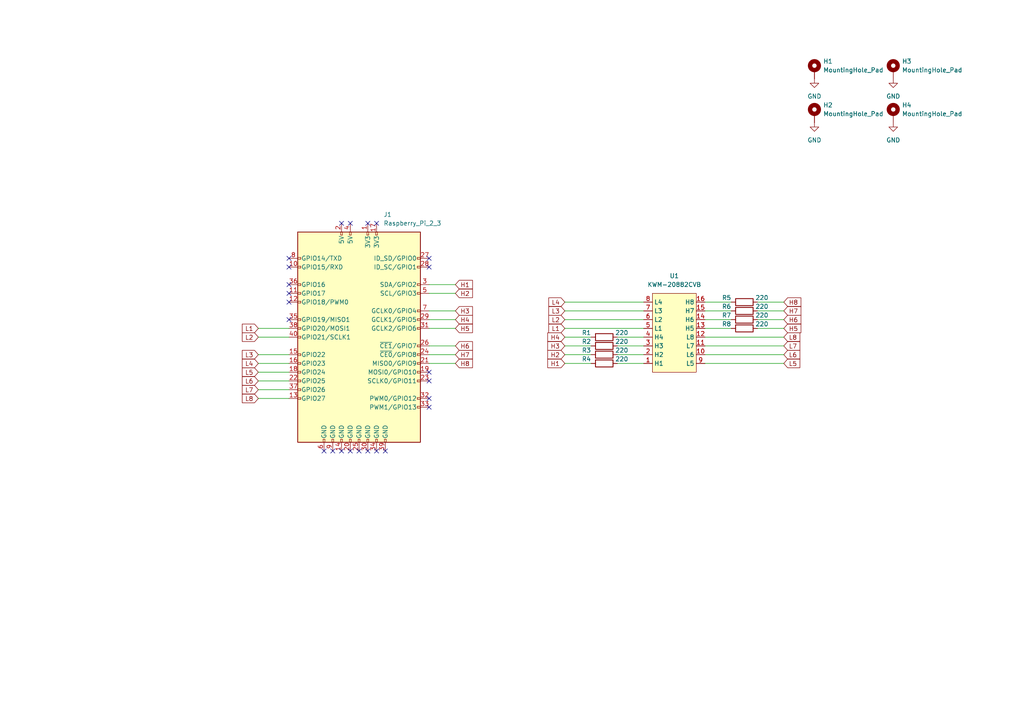
<source format=kicad_sch>
(kicad_sch (version 20211123) (generator eeschema)
  (paper "A4")
  (lib_symbols
    (symbol "Device:R" (pin_numbers hide) (pin_names (offset 0))
      (property "Reference" "R" (at 2.032 0 90))
      (property "Value" "R" (at 0 0 90))
      (symbol "R_0_1"
        (rectangle (start -1.016 -2.54) (end 1.016 2.54) (stroke (width 0.254)))
      )
      (symbol "R_1_1"
        (pin passive line (at 0 3.81 270) (length 1.27) (name "~") (number "1"))
        (pin passive line (at 0 -3.81 90) (length 1.27) (name "~") (number "2"))
      )
    )
    (symbol "Mechanical:MountingHole_Pad" (pin_numbers hide) (pin_names (offset 1.016) hide)
      (property "Reference" "H" (at 0 6.35 0))
      (property "Value" "MountingHole_Pad" (at 0 4.445 0))
      (symbol "MountingHole_Pad_0_1"
        (circle (center 0 1.27) (radius 1.27) (stroke (width 1.27)))
      )
      (symbol "MountingHole_Pad_1_1"
        (pin input line (at 0 -2.54 90) (length 2.54) (name "1") (number "1"))
      )
    )
    (symbol "pi_hat_Library:KWM-20882CVB"
      (property "Reference" "U?" (at 13.335 -17.145 0))
      (property "Value" "KWM-20882CVB" (at 12.7 -14.605 0))
      (symbol "KWM-20882CVB_0_1"
        (rectangle (start -11.43 -10.16) (end 11.43 -22.86) (stroke (width 0.1524)) (fill (type background)))
      )
      (symbol "KWM-20882CVB_1_1"
        (pin input line (at -8.89 -7.62 270) (length 2.54) (name "H1") (number "1"))
        (pin output line (at -6.35 -25.4 90) (length 2.54) (name "L6") (number "10"))
        (pin output line (at -3.81 -25.4 90) (length 2.54) (name "L7") (number "11"))
        (pin output line (at -1.27 -25.4 90) (length 2.54) (name "L8") (number "12"))
        (pin input line (at 1.27 -25.4 90) (length 2.54) (name "H5") (number "13"))
        (pin input line (at 3.81 -25.4 90) (length 2.54) (name "H6") (number "14"))
        (pin input line (at 6.35 -25.4 90) (length 2.54) (name "H7") (number "15"))
        (pin input line (at 8.89 -25.4 90) (length 2.54) (name "H8") (number "16"))
        (pin input line (at -6.35 -7.62 270) (length 2.54) (name "H2") (number "2"))
        (pin input line (at -3.81 -7.62 270) (length 2.54) (name "H3") (number "3"))
        (pin input line (at -1.27 -7.62 270) (length 2.54) (name "H4") (number "4"))
        (pin output line (at 1.27 -7.62 270) (length 2.54) (name "L1") (number "5"))
        (pin output line (at 3.81 -7.62 270) (length 2.54) (name "L2") (number "6"))
        (pin output line (at 6.35 -7.62 270) (length 2.54) (name "L3") (number "7"))
        (pin output line (at 8.89 -7.62 270) (length 2.54) (name "L4") (number "8"))
        (pin output line (at -8.89 -25.4 90) (length 2.54) (name "L5") (number "9"))
      )
    )
    (symbol "pi_hat_Library:Raspberry_Pi_2_3" (pin_names (offset 1.016))
      (property "Reference" "J?" (at 7.0994 34.1798 0))
      (property "Value" "Raspberry_Pi_2_3" (at 7.0994 31.6429 0))
      (symbol "Raspberry_Pi_2_3_0_1"
        (rectangle (start -17.78 30.48) (end 17.78 -30.48) (stroke (width 0.254)) (fill (type background)))
      )
      (symbol "Raspberry_Pi_2_3_1_1"
        (rectangle (start -16.891 -17.526) (end -17.78 -18.034))
        (rectangle (start -16.891 -14.986) (end -17.78 -15.494))
        (rectangle (start -16.891 -12.446) (end -17.78 -12.954))
        (rectangle (start -16.891 -9.906) (end -17.78 -10.414))
        (rectangle (start -16.891 -7.366) (end -17.78 -7.874))
        (rectangle (start -16.891 -4.826) (end -17.78 -5.334))
        (rectangle (start -16.891 0.254) (end -17.78 -0.254))
        (rectangle (start -16.891 2.794) (end -17.78 2.286))
        (rectangle (start -16.891 5.334) (end -17.78 4.826))
        (rectangle (start -16.891 10.414) (end -17.78 9.906))
        (rectangle (start -16.891 12.954) (end -17.78 12.446))
        (rectangle (start -16.891 15.494) (end -17.78 14.986))
        (rectangle (start -16.891 20.574) (end -17.78 20.066))
        (rectangle (start -16.891 23.114) (end -17.78 22.606))
        (rectangle (start -10.414 -29.591) (end -9.906 -30.48))
        (rectangle (start -7.874 -29.591) (end -7.366 -30.48))
        (rectangle (start -5.334 -29.591) (end -4.826 -30.48))
        (rectangle (start -5.334 30.48) (end -4.826 29.591))
        (rectangle (start -2.794 -29.591) (end -2.286 -30.48))
        (rectangle (start -2.794 30.48) (end -2.286 29.591))
        (rectangle (start -0.254 -29.591) (end 0.254 -30.48))
        (rectangle (start 2.286 -29.591) (end 2.794 -30.48))
        (rectangle (start 2.286 30.48) (end 2.794 29.591))
        (rectangle (start 4.826 -29.591) (end 5.334 -30.48))
        (rectangle (start 4.826 30.48) (end 5.334 29.591))
        (rectangle (start 7.366 -29.591) (end 7.874 -30.48))
        (rectangle (start 17.78 -20.066) (end 16.891 -20.574))
        (rectangle (start 17.78 -17.526) (end 16.891 -18.034))
        (rectangle (start 17.78 -12.446) (end 16.891 -12.954))
        (rectangle (start 17.78 -9.906) (end 16.891 -10.414))
        (rectangle (start 17.78 -7.366) (end 16.891 -7.874))
        (rectangle (start 17.78 -4.826) (end 16.891 -5.334))
        (rectangle (start 17.78 -2.286) (end 16.891 -2.794))
        (rectangle (start 17.78 2.794) (end 16.891 2.286))
        (rectangle (start 17.78 5.334) (end 16.891 4.826))
        (rectangle (start 17.78 7.874) (end 16.891 7.366))
        (rectangle (start 17.78 12.954) (end 16.891 12.446))
        (rectangle (start 17.78 15.494) (end 16.891 14.986))
        (rectangle (start 17.78 20.574) (end 16.891 20.066))
        (rectangle (start 17.78 23.114) (end 16.891 22.606))
        (pin power_in line (at 2.54 33.02 270) (length 2.54) (name "3V3") (number "1"))
        (pin bidirectional line (at -20.32 20.32 0) (length 2.54) (name "GPIO15/RXD") (number "10"))
        (pin bidirectional line (at -20.32 12.7 0) (length 2.54) (name "GPIO17") (number "11"))
        (pin bidirectional line (at -20.32 10.16 0) (length 2.54) (name "GPIO18/PWM0") (number "12"))
        (pin bidirectional line (at -20.32 -17.78 0) (length 2.54) (name "GPIO27") (number "13"))
        (pin power_in line (at -5.08 -33.02 90) (length 2.54) (name "GND") (number "14"))
        (pin bidirectional line (at -20.32 -5.08 0) (length 2.54) (name "GPIO22") (number "15"))
        (pin bidirectional line (at -20.32 -7.62 0) (length 2.54) (name "GPIO23") (number "16"))
        (pin power_in line (at 5.08 33.02 270) (length 2.54) (name "3V3") (number "17"))
        (pin bidirectional line (at -20.32 -10.16 0) (length 2.54) (name "GPIO24") (number "18"))
        (pin bidirectional line (at 20.32 -10.16 180) (length 2.54) (name "MOSI0/GPIO10") (number "19"))
        (pin power_in line (at -5.08 33.02 270) (length 2.54) (name "5V") (number "2"))
        (pin power_in line (at -2.54 -33.02 90) (length 2.54) (name "GND") (number "20"))
        (pin bidirectional line (at 20.32 -7.62 180) (length 2.54) (name "MISO0/GPIO9") (number "21"))
        (pin bidirectional line (at -20.32 -12.7 0) (length 2.54) (name "GPIO25") (number "22"))
        (pin bidirectional line (at 20.32 -12.7 180) (length 2.54) (name "SCLK0/GPIO11") (number "23"))
        (pin bidirectional line (at 20.32 -5.08 180) (length 2.54) (name "~{CE0}/GPIO8") (number "24"))
        (pin power_in line (at 0 -33.02 90) (length 2.54) (name "GND") (number "25"))
        (pin bidirectional line (at 20.32 -2.54 180) (length 2.54) (name "~{CE1}/GPIO7") (number "26"))
        (pin bidirectional line (at 20.32 22.86 180) (length 2.54) (name "ID_SD/GPIO0") (number "27"))
        (pin bidirectional line (at 20.32 20.32 180) (length 2.54) (name "ID_SC/GPIO1") (number "28"))
        (pin bidirectional line (at 20.32 5.08 180) (length 2.54) (name "GCLK1/GPIO5") (number "29"))
        (pin bidirectional line (at 20.32 15.24 180) (length 2.54) (name "SDA/GPIO2") (number "3"))
        (pin power_in line (at 2.54 -33.02 90) (length 2.54) (name "GND") (number "30"))
        (pin bidirectional line (at 20.32 2.54 180) (length 2.54) (name "GCLK2/GPIO6") (number "31"))
        (pin bidirectional line (at 20.32 -17.78 180) (length 2.54) (name "PWM0/GPIO12") (number "32"))
        (pin bidirectional line (at 20.32 -20.32 180) (length 2.54) (name "PWM1/GPIO13") (number "33"))
        (pin power_in line (at 5.08 -33.02 90) (length 2.54) (name "GND") (number "34"))
        (pin bidirectional line (at -20.32 5.08 0) (length 2.54) (name "GPIO19/MISO1") (number "35"))
        (pin bidirectional line (at -20.32 15.24 0) (length 2.54) (name "GPIO16") (number "36"))
        (pin bidirectional line (at -20.32 -15.24 0) (length 2.54) (name "GPIO26") (number "37"))
        (pin bidirectional line (at -20.32 2.54 0) (length 2.54) (name "GPIO20/MOSI1") (number "38"))
        (pin power_in line (at 7.62 -33.02 90) (length 2.54) (name "GND") (number "39"))
        (pin power_in line (at -2.54 33.02 270) (length 2.54) (name "5V") (number "4"))
        (pin bidirectional line (at -20.32 0 0) (length 2.54) (name "GPIO21/SCLK1") (number "40"))
        (pin bidirectional line (at 20.32 12.7 180) (length 2.54) (name "SCL/GPIO3") (number "5"))
        (pin power_in line (at -10.16 -33.02 90) (length 2.54) (name "GND") (number "6"))
        (pin bidirectional line (at 20.32 7.62 180) (length 2.54) (name "GCLK0/GPIO4") (number "7"))
        (pin bidirectional line (at -20.32 22.86 0) (length 2.54) (name "GPIO14/TXD") (number "8"))
        (pin power_in line (at -7.62 -33.02 90) (length 2.54) (name "GND") (number "9"))
      )
    )
    (symbol "power:GND" (power) (pin_names (offset 0))
      (property "Value" "GND" (at 0 -3.81 0))
      (symbol "GND_0_1"
        (polyline (pts (xy 0 0) (xy 0 -1.27) (xy 1.27 -1.27) (xy 0 -2.54) (xy -1.27 -1.27) (xy 0 -1.27)))
      )
      (symbol "GND_1_1"
        (pin power_in line (at 0 0 270) (length 0) hide (name "GND") (number "1"))
      )
    )
  )
  (no_connect (at 93.98 130.81))
  (no_connect (at 124.46 107.95))
  (no_connect (at 124.46 110.49))
  (no_connect (at 124.46 115.57))
  (no_connect (at 124.46 118.11))
  (no_connect (at 83.82 74.93))
  (no_connect (at 83.82 77.47))
  (no_connect (at 83.82 82.55))
  (no_connect (at 83.82 85.09))
  (no_connect (at 83.82 87.63))
  (no_connect (at 83.82 92.71))
  (no_connect (at 96.52 130.81))
  (no_connect (at 99.06 130.81))
  (no_connect (at 101.6 130.81))
  (no_connect (at 104.14 130.81))
  (no_connect (at 106.68 130.81))
  (no_connect (at 109.22 130.81))
  (no_connect (at 111.76 130.81))
  (no_connect (at 99.06 64.77))
  (no_connect (at 101.6 64.77))
  (no_connect (at 106.68 64.77))
  (no_connect (at 109.22 64.77))
  (no_connect (at 124.46 77.47))
  (no_connect (at 124.46 74.93))
  (wire (pts (xy 219.71 92.71) (xy 227.33 92.71)))
  (wire (pts (xy 124.46 90.17) (xy 132.08 90.17)))
  (wire (pts (xy 163.83 92.71) (xy 186.69 92.71)))
  (wire (pts (xy 163.83 97.79) (xy 171.45 97.79)))
  (wire (pts (xy 204.47 97.79) (xy 227.33 97.79)))
  (wire (pts (xy 74.93 97.79) (xy 83.82 97.79)))
  (wire (pts (xy 163.83 90.17) (xy 186.69 90.17)))
  (wire (pts (xy 163.83 105.41) (xy 171.45 105.41)))
  (wire (pts (xy 124.46 102.87) (xy 132.08 102.87)))
  (wire (pts (xy 74.93 110.49) (xy 83.82 110.49)))
  (wire (pts (xy 124.46 85.09) (xy 132.08 85.09)))
  (wire (pts (xy 179.07 97.79) (xy 186.69 97.79)))
  (wire (pts (xy 163.83 102.87) (xy 171.45 102.87)))
  (wire (pts (xy 219.71 87.63) (xy 227.33 87.63)))
  (wire (pts (xy 204.47 100.33) (xy 227.33 100.33)))
  (wire (pts (xy 204.47 87.63) (xy 212.09 87.63)))
  (wire (pts (xy 204.47 95.25) (xy 212.09 95.25)))
  (wire (pts (xy 124.46 100.33) (xy 132.08 100.33)))
  (wire (pts (xy 124.46 82.55) (xy 132.08 82.55)))
  (wire (pts (xy 124.46 92.71) (xy 132.08 92.71)))
  (wire (pts (xy 204.47 105.41) (xy 227.33 105.41)))
  (wire (pts (xy 179.07 102.87) (xy 186.69 102.87)))
  (wire (pts (xy 124.46 105.41) (xy 132.08 105.41)))
  (wire (pts (xy 204.47 102.87) (xy 227.33 102.87)))
  (wire (pts (xy 204.47 92.71) (xy 212.09 92.71)))
  (wire (pts (xy 74.93 95.25) (xy 83.82 95.25)))
  (wire (pts (xy 163.83 100.33) (xy 171.45 100.33)))
  (wire (pts (xy 124.46 95.25) (xy 132.08 95.25)))
  (wire (pts (xy 179.07 105.41) (xy 186.69 105.41)))
  (wire (pts (xy 163.83 87.63) (xy 186.69 87.63)))
  (wire (pts (xy 74.93 113.03) (xy 83.82 113.03)))
  (wire (pts (xy 74.93 102.87) (xy 83.82 102.87)))
  (wire (pts (xy 219.71 95.25) (xy 227.33 95.25)))
  (wire (pts (xy 163.83 95.25) (xy 186.69 95.25)))
  (wire (pts (xy 74.93 115.57) (xy 83.82 115.57)))
  (wire (pts (xy 74.93 105.41) (xy 83.82 105.41)))
  (wire (pts (xy 179.07 100.33) (xy 186.69 100.33)))
  (wire (pts (xy 204.47 90.17) (xy 212.09 90.17)))
  (wire (pts (xy 74.93 107.95) (xy 83.82 107.95)))
  (wire (pts (xy 219.71 90.17) (xy 227.33 90.17)))
  (global_label "H6" (shape input) (at 132.08 100.33 0) (property "Intersheet References" "${INTERSHEET_REFS}" (effects hide)))
  (global_label "L3" (shape input) (at 163.83 90.17 180) (property "Intersheet References" "${INTERSHEET_REFS}" (effects hide)))
  (global_label "L8" (shape input) (at 227.33 97.79 0) (property "Intersheet References" "${INTERSHEET_REFS}" (effects hide)))
  (global_label "H6" (shape input) (at 227.33 92.71 0) (property "Intersheet References" "${INTERSHEET_REFS}" (effects hide)))
  (global_label "L4" (shape input) (at 163.83 87.63 180) (property "Intersheet References" "${INTERSHEET_REFS}" (effects hide)))
  (global_label "H7" (shape input) (at 227.33 90.17 0) (property "Intersheet References" "${INTERSHEET_REFS}" (effects hide)))
  (global_label "H1" (shape input) (at 163.83 105.41 180) (property "Intersheet References" "${INTERSHEET_REFS}" (effects hide)))
  (global_label "L1" (shape input) (at 74.93 95.25 180) (property "Intersheet References" "${INTERSHEET_REFS}" (effects hide)))
  (global_label "L2" (shape input) (at 74.93 97.79 180) (property "Intersheet References" "${INTERSHEET_REFS}" (effects hide)))
  (global_label "L7" (shape input) (at 227.33 100.33 0) (property "Intersheet References" "${INTERSHEET_REFS}" (effects hide)))
  (global_label "L8" (shape input) (at 74.93 115.57 180) (property "Intersheet References" "${INTERSHEET_REFS}" (effects hide)))
  (global_label "L4" (shape input) (at 74.93 105.41 180) (property "Intersheet References" "${INTERSHEET_REFS}" (effects hide)))
  (global_label "H5" (shape input) (at 227.33 95.25 0) (property "Intersheet References" "${INTERSHEET_REFS}" (effects hide)))
  (global_label "H5" (shape input) (at 132.08 95.25 0) (property "Intersheet References" "${INTERSHEET_REFS}" (effects hide)))
  (global_label "H1" (shape input) (at 132.08 82.55 0) (property "Intersheet References" "${INTERSHEET_REFS}" (effects hide)))
  (global_label "L6" (shape input) (at 227.33 102.87 0) (property "Intersheet References" "${INTERSHEET_REFS}" (effects hide)))
  (global_label "H3" (shape input) (at 163.83 100.33 180) (property "Intersheet References" "${INTERSHEET_REFS}" (effects hide)))
  (global_label "H7" (shape input) (at 132.08 102.87 0) (property "Intersheet References" "${INTERSHEET_REFS}" (effects hide)))
  (global_label "L3" (shape input) (at 74.93 102.87 180) (property "Intersheet References" "${INTERSHEET_REFS}" (effects hide)))
  (global_label "H8" (shape input) (at 132.08 105.41 0) (property "Intersheet References" "${INTERSHEET_REFS}" (effects hide)))
  (global_label "L5" (shape input) (at 227.33 105.41 0) (property "Intersheet References" "${INTERSHEET_REFS}" (effects hide)))
  (global_label "H4" (shape input) (at 132.08 92.71 0) (property "Intersheet References" "${INTERSHEET_REFS}" (effects hide)))
  (global_label "H8" (shape input) (at 227.33 87.63 0) (property "Intersheet References" "${INTERSHEET_REFS}" (effects hide)))
  (global_label "L2" (shape input) (at 163.83 92.71 180) (property "Intersheet References" "${INTERSHEET_REFS}" (effects hide)))
  (global_label "L6" (shape input) (at 74.93 110.49 180) (property "Intersheet References" "${INTERSHEET_REFS}" (effects hide)))
  (global_label "H2" (shape input) (at 132.08 85.09 0) (property "Intersheet References" "${INTERSHEET_REFS}" (effects hide)))
  (global_label "L5" (shape input) (at 74.93 107.95 180) (property "Intersheet References" "${INTERSHEET_REFS}" (effects hide)))
  (global_label "L1" (shape input) (at 163.83 95.25 180) (property "Intersheet References" "${INTERSHEET_REFS}" (effects hide)))
  (global_label "H4" (shape input) (at 163.83 97.79 180) (property "Intersheet References" "${INTERSHEET_REFS}" (effects hide)))
  (global_label "L7" (shape input) (at 74.93 113.03 180) (property "Intersheet References" "${INTERSHEET_REFS}" (effects hide)))
  (global_label "H2" (shape input) (at 163.83 102.87 180) (property "Intersheet References" "${INTERSHEET_REFS}" (effects hide)))
  (global_label "H3" (shape input) (at 132.08 90.17 0) (property "Intersheet References" "${INTERSHEET_REFS}" (effects hide)))
  (symbol (lib_id "Device:R") (at 215.9 92.71 90) (unit 1)
    (property "Reference" "R7" (at 212.09 91.44 90) (effects (justify left)))
    (property "Value" "220" (at 220.98 91.44 90))
    (property "Footprint" "Resistor_SMD:R_0603_1608Metric" (effects hide))
  )
  (symbol (lib_id "Mechanical:MountingHole_Pad") (at 259.08 33.02 0) (unit 1)
    (property "Reference" "H4" (at 261.62 30.4799 0) (effects (justify left)))
    (property "Value" "MountingHole_Pad" (at 261.62 33.0199 0) (effects (justify left)))
    (property "Footprint" "MountingHole:MountingHole_3.2mm_M3_Pad_Via" (effects hide))
  )
  (symbol (lib_id "power:GND") (at 259.08 22.86 0) (unit 1)
    (property "Reference" "#PWR0104" (effects hide))
    (property "Value" "GND" (at 259.08 27.94 0))
  )
  (symbol (lib_id "Device:R") (at 175.26 100.33 90) (unit 1)
    (property "Reference" "R2" (at 171.45 99.06 90) (effects (justify left)))
    (property "Value" "220" (at 180.34 99.06 90))
    (property "Footprint" "Resistor_SMD:R_0603_1608Metric" (effects hide))
  )
  (symbol (lib_id "pi_hat_Library:Raspberry_Pi_2_3") (at 104.14 97.79 0) (unit 1)
    (property "Reference" "J1" (at 111.2394 62.23 0) (effects (justify left)))
    (property "Value" "Raspberry_Pi_2_3" (at 111.2394 64.77 0) (effects (justify left)))
    (property "Footprint" "Connector_PinSocket_2.54mm:PinSocket_2x20_P2.54mm_Vertical" (effects hide))
    (property "Datasheet" "https://www.raspberrypi.org/documentation/hardware/raspberrypi/schematics/rpi_SCH_3bplus_1p0_reduced.pdf" (effects hide))
  )
  (symbol (lib_id "Device:R") (at 215.9 95.25 90) (unit 1)
    (property "Reference" "R8" (at 212.09 93.98 90) (effects (justify left)))
    (property "Value" "220" (at 220.98 93.98 90))
    (property "Footprint" "Resistor_SMD:R_0603_1608Metric" (effects hide))
  )
  (symbol (lib_id "pi_hat_Library:KWM-20882CVB") (at 179.07 96.52 90) (unit 1)
    (property "Reference" "U1" (at 195.58 80.01 90))
    (property "Value" "KWM-20882CVB" (at 195.58 82.55 90))
    (property "Footprint" "pi_hat_footprint:DIPS4572W51P254L6020H925Q16N" (effects hide))
  )
  (symbol (lib_id "Device:R") (at 215.9 90.17 90) (unit 1)
    (property "Reference" "R6" (at 212.09 88.9 90) (effects (justify left)))
    (property "Value" "220" (at 220.98 88.9 90))
    (property "Footprint" "Resistor_SMD:R_0603_1608Metric" (effects hide))
  )
  (symbol (lib_id "power:GND") (at 236.22 22.86 0) (unit 1)
    (property "Reference" "#PWR0103" (effects hide))
    (property "Value" "GND" (at 236.22 27.94 0))
  )
  (symbol (lib_id "Device:R") (at 215.9 87.63 90) (unit 1)
    (property "Reference" "R5" (at 212.09 86.36 90) (effects (justify left)))
    (property "Value" "220" (at 220.98 86.36 90))
    (property "Footprint" "Resistor_SMD:R_0603_1608Metric" (effects hide))
  )
  (symbol (lib_id "Mechanical:MountingHole_Pad") (at 236.22 33.02 0) (unit 1)
    (property "Reference" "H2" (at 238.76 30.4799 0) (effects (justify left)))
    (property "Value" "MountingHole_Pad" (at 238.76 33.0199 0) (effects (justify left)))
    (property "Footprint" "MountingHole:MountingHole_3.2mm_M3_Pad_Via" (effects hide))
  )
  (symbol (lib_id "Device:R") (at 175.26 97.79 90) (unit 1)
    (property "Reference" "R1" (at 171.45 96.52 90) (effects (justify left)))
    (property "Value" "220" (at 180.34 96.52 90))
    (property "Footprint" "Resistor_SMD:R_0603_1608Metric" (effects hide))
  )
  (symbol (lib_id "Mechanical:MountingHole_Pad") (at 259.08 20.32 0) (unit 1)
    (property "Reference" "H3" (at 261.62 17.7799 0) (effects (justify left)))
    (property "Value" "MountingHole_Pad" (at 261.62 20.3199 0) (effects (justify left)))
    (property "Footprint" "MountingHole:MountingHole_3.2mm_M3_Pad_Via" (effects hide))
  )
  (symbol (lib_id "power:GND") (at 236.22 35.56 0) (unit 1)
    (property "Reference" "#PWR0102" (effects hide))
    (property "Value" "GND" (at 236.22 40.64 0))
  )
  (symbol (lib_id "Device:R") (at 175.26 105.41 90) (unit 1)
    (property "Reference" "R4" (at 171.45 104.14 90) (effects (justify left)))
    (property "Value" "220" (at 180.34 104.14 90))
    (property "Footprint" "Resistor_SMD:R_0603_1608Metric" (effects hide))
  )
  (symbol (lib_id "Device:R") (at 175.26 102.87 90) (unit 1)
    (property "Reference" "R3" (at 171.45 101.6 90) (effects (justify left)))
    (property "Value" "220" (at 180.34 101.6 90))
    (property "Footprint" "Resistor_SMD:R_0603_1608Metric" (effects hide))
  )
  (symbol (lib_id "Mechanical:MountingHole_Pad") (at 236.22 20.32 0) (unit 1)
    (property "Reference" "H1" (at 238.76 17.7799 0) (effects (justify left)))
    (property "Value" "MountingHole_Pad" (at 238.76 20.3199 0) (effects (justify left)))
    (property "Footprint" "MountingHole:MountingHole_3.2mm_M3_Pad_Via" (effects hide))
  )
  (symbol (lib_id "power:GND") (at 259.08 35.56 0) (unit 1)
    (property "Reference" "#PWR0101" (effects hide))
    (property "Value" "GND" (at 259.08 40.64 0))
  )
)
</source>
